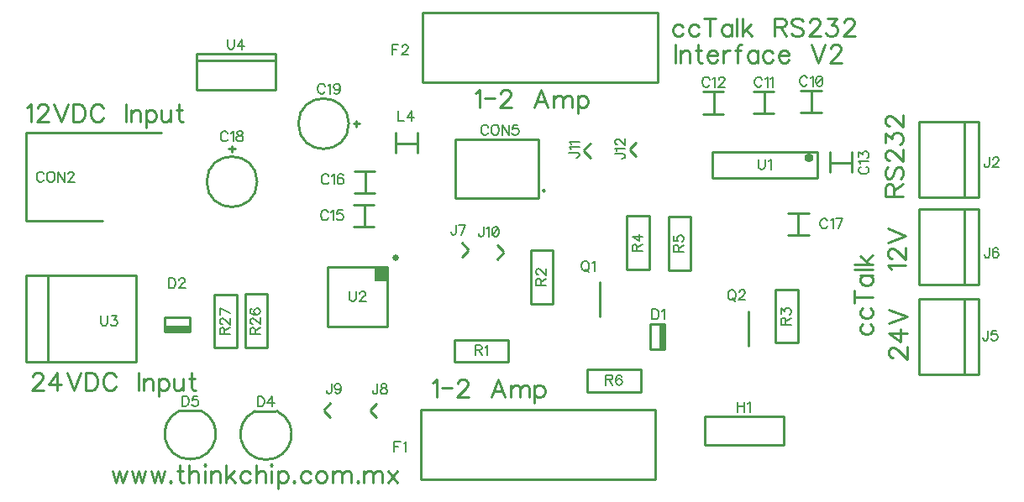
<source format=gbr>
G04 DipTrace 2.4.0.2*
%INTopSilk.gbr*%
%MOIN*%
%ADD10C,0.0098*%
%ADD33O,0.0377X0.0351*%
%ADD35C,0.025*%
%ADD86C,0.0062*%
%ADD87C,0.0108*%
%FSLAX44Y44*%
G04*
G70*
G90*
G75*
G01*
%LNTopSilk*%
%LPD*%
X35056Y19076D2*
D10*
X35869D1*
X35494D2*
Y19888D1*
X35056Y19951D2*
X35869D1*
X33171Y19037D2*
X33984D1*
X33609D2*
Y19849D1*
X33171Y19912D2*
X33984D1*
X31182Y19036D2*
X31995D1*
X31620D2*
Y19849D1*
X31182Y19911D2*
X31995D1*
X36214Y17524D2*
Y16712D1*
Y17087D2*
X37027D1*
X37089Y17524D2*
Y16712D1*
X17317Y14541D2*
X18129D1*
X17754D2*
Y15354D1*
X17317Y15416D2*
X18129D1*
X17344Y15878D2*
X18156D1*
X17781D2*
Y16690D1*
X17344Y16753D2*
X18156D1*
X35374Y15085D2*
X34561D1*
X34936D2*
Y14272D1*
X35374Y14210D2*
X34561D1*
X12367Y17637D2*
X12604D1*
X12486Y17755D2*
Y17519D1*
X11486Y16337D2*
G02X11486Y16337I1000J0D01*
G01*
X17422Y18761D2*
Y18524D1*
X17541Y18642D2*
X17305D1*
X15124D2*
G02X15124Y18642I1000J0D01*
G01*
X7363Y14783D2*
X4301D1*
Y18033D1*
Y17970D2*
Y18283D1*
X9676D1*
X21337Y18011D2*
X24650D1*
Y15698D1*
X21337D1*
Y18011D1*
X24837Y15980D2*
G02X24837Y15980I31J0D01*
G01*
X29595Y9693D2*
Y10693D1*
X29658Y9693D2*
X29095D1*
Y10693D1*
X29658D1*
Y9693D1*
X29533D2*
Y10693D1*
X29470Y9693D2*
Y10693D1*
X9813Y10463D2*
X10813D1*
X9813Y10400D2*
X10813D1*
Y10962D1*
X9813D1*
Y10400D1*
Y10525D2*
X10813D1*
X9813Y10588D2*
X10813D1*
X14278Y7227D2*
G02X13403Y7227I-438J-914D01*
G01*
X14215D1*
X11272Y7242D2*
G02X10397Y7242I-438J-914D01*
G01*
X11209D1*
X19971Y7282D2*
X29283D1*
Y4532D1*
X19971D1*
Y7282D1*
X20062Y23037D2*
X29374D1*
Y20287D1*
X20062D1*
Y23037D1*
X31247Y7009D2*
X34372D1*
Y5884D1*
X31247D1*
Y7009D1*
X42112Y18712D2*
X39737D1*
Y15712D1*
X42112D1*
Y18712D1*
X41549D2*
Y15712D1*
X42117Y11690D2*
X39742D1*
Y8690D1*
X42117D1*
Y11690D1*
X41554D2*
Y8690D1*
X42110Y15241D2*
X39735D1*
Y12241D1*
X42110D1*
Y15241D1*
X41548D2*
Y12241D1*
X21604Y13904D2*
X21854Y13654D1*
Y13591D2*
X21604Y13341D1*
X18231Y6970D2*
X17981Y7220D1*
Y7283D2*
X18231Y7533D1*
X16400Y6981D2*
X16150Y7231D1*
Y7294D2*
X16400Y7544D1*
X23010Y13826D2*
X23260Y13576D1*
Y13513D2*
X23010Y13263D1*
X26703Y17301D2*
X26453Y17551D1*
Y17614D2*
X26703Y17864D1*
X28523Y17340D2*
X28273Y17590D1*
Y17653D2*
X28523Y17903D1*
X18972Y18288D2*
Y17475D1*
Y17850D2*
X19784D1*
X19847Y18288D2*
Y17475D1*
X27099Y10972D2*
Y12347D1*
X32995Y9820D2*
Y11195D1*
X21316Y10058D2*
X23441D1*
Y9183D1*
X21316D1*
Y10058D1*
X24340Y11493D2*
X25215D1*
Y13618D1*
X24340D1*
Y11493D1*
X34938Y12066D2*
X34063D1*
Y9941D1*
X34938D1*
Y12066D1*
X28162Y12847D2*
X29037D1*
Y14972D1*
X28162D1*
Y12847D1*
X29802Y12819D2*
X30677D1*
Y14944D1*
X29802D1*
Y12819D1*
X26576Y8873D2*
X28701D1*
Y7998D1*
X26576D1*
Y8873D1*
X13876Y11870D2*
X13001D1*
Y9745D1*
X13876D1*
Y11870D1*
X12670Y11867D2*
X11795D1*
Y9742D1*
X12670D1*
Y11867D1*
X35710Y16492D2*
X31540D1*
Y17523D1*
X35710D1*
Y16492D1*
D33*
X35376Y17270D3*
X18665Y12949D2*
D10*
X16290D1*
Y10574D1*
X18665D1*
Y12949D1*
D35*
X18977Y13324D3*
G36*
X18665Y12949D2*
X18165D1*
Y12387D1*
X18665D1*
Y12949D1*
G37*
X4316Y9190D2*
D10*
X8691D1*
Y12627D1*
X4316D1*
Y9190D1*
X5191Y9252D2*
Y12627D1*
X11093Y21411D2*
X14218D1*
Y19974D1*
X11093D1*
Y21411D1*
Y21162D2*
X14218D1*
X35317Y20441D2*
D86*
X35298Y20479D1*
X35260Y20518D1*
X35222Y20537D1*
X35145D1*
X35107Y20518D1*
X35069Y20479D1*
X35049Y20441D1*
X35030Y20384D1*
Y20288D1*
X35049Y20231D1*
X35069Y20192D1*
X35107Y20154D1*
X35145Y20135D1*
X35222D1*
X35260Y20154D1*
X35298Y20192D1*
X35317Y20231D1*
X35441Y20460D2*
X35479Y20479D1*
X35537Y20536D1*
Y20135D1*
X35775Y20536D2*
X35718Y20517D1*
X35679Y20460D1*
X35660Y20364D1*
Y20307D1*
X35679Y20211D1*
X35718Y20154D1*
X35775Y20135D1*
X35813D1*
X35871Y20154D1*
X35909Y20211D1*
X35928Y20307D1*
Y20364D1*
X35909Y20460D1*
X35871Y20517D1*
X35813Y20536D1*
X35775D1*
X35909Y20460D2*
X35679Y20211D1*
X33519Y20402D2*
X33500Y20440D1*
X33461Y20479D1*
X33423Y20498D1*
X33347D1*
X33308Y20479D1*
X33270Y20440D1*
X33251Y20402D1*
X33232Y20345D1*
Y20249D1*
X33251Y20192D1*
X33270Y20153D1*
X33308Y20115D1*
X33347Y20096D1*
X33423D1*
X33461Y20115D1*
X33500Y20153D1*
X33519Y20192D1*
X33642Y20421D2*
X33681Y20440D1*
X33738Y20497D1*
Y20096D1*
X33862Y20421D2*
X33900Y20440D1*
X33958Y20497D1*
Y20096D1*
X31443Y20401D2*
X31424Y20439D1*
X31386Y20478D1*
X31348Y20497D1*
X31271D1*
X31233Y20478D1*
X31195Y20439D1*
X31175Y20401D1*
X31156Y20344D1*
Y20248D1*
X31175Y20191D1*
X31195Y20152D1*
X31233Y20114D1*
X31271Y20095D1*
X31348D1*
X31386Y20114D1*
X31424Y20152D1*
X31443Y20191D1*
X31567Y20420D2*
X31605Y20439D1*
X31663Y20496D1*
Y20095D1*
X31806Y20401D2*
Y20420D1*
X31825Y20458D1*
X31844Y20477D1*
X31882Y20496D1*
X31959D1*
X31997Y20477D1*
X32016Y20458D1*
X32035Y20420D1*
Y20382D1*
X32016Y20343D1*
X31978Y20286D1*
X31786Y20095D1*
X32054D1*
X37451Y16929D2*
X37413Y16910D1*
X37375Y16871D1*
X37356Y16833D1*
Y16757D1*
X37375Y16718D1*
X37413Y16680D1*
X37451Y16661D1*
X37509Y16642D1*
X37605D1*
X37662Y16661D1*
X37700Y16680D1*
X37738Y16718D1*
X37758Y16757D1*
Y16833D1*
X37738Y16871D1*
X37700Y16910D1*
X37662Y16929D1*
X37433Y17052D2*
X37413Y17091D1*
X37356Y17148D1*
X37758D1*
X37356Y17310D2*
Y17520D1*
X37509Y17406D1*
Y17463D1*
X37528Y17501D1*
X37547Y17520D1*
X37605Y17539D1*
X37643D1*
X37700Y17520D1*
X37739Y17482D1*
X37758Y17425D1*
Y17367D1*
X37739Y17310D1*
X37719Y17291D1*
X37681Y17272D1*
X16303Y15116D2*
X16284Y15154D1*
X16246Y15192D1*
X16208Y15211D1*
X16131D1*
X16093Y15192D1*
X16055Y15154D1*
X16035Y15116D1*
X16016Y15058D1*
Y14962D1*
X16035Y14905D1*
X16055Y14867D1*
X16093Y14829D1*
X16131Y14809D1*
X16208D1*
X16246Y14829D1*
X16284Y14867D1*
X16303Y14905D1*
X16427Y15134D2*
X16465Y15154D1*
X16523Y15211D1*
Y14809D1*
X16876Y15211D2*
X16685D1*
X16666Y15039D1*
X16685Y15058D1*
X16742Y15077D1*
X16799D1*
X16857Y15058D1*
X16895Y15020D1*
X16914Y14962D1*
Y14924D1*
X16895Y14867D1*
X16857Y14828D1*
X16799Y14809D1*
X16742D1*
X16685Y14828D1*
X16666Y14848D1*
X16646Y14886D1*
X16328Y16547D2*
X16309Y16585D1*
X16271Y16623D1*
X16233Y16642D1*
X16156D1*
X16118Y16623D1*
X16080Y16585D1*
X16060Y16547D1*
X16041Y16489D1*
Y16393D1*
X16060Y16336D1*
X16080Y16298D1*
X16118Y16260D1*
X16156Y16240D1*
X16233D1*
X16271Y16260D1*
X16309Y16298D1*
X16328Y16336D1*
X16452Y16565D2*
X16490Y16585D1*
X16548Y16642D1*
Y16240D1*
X16901Y16585D2*
X16882Y16623D1*
X16824Y16642D1*
X16786D1*
X16729Y16623D1*
X16690Y16565D1*
X16671Y16470D1*
Y16374D1*
X16690Y16298D1*
X16729Y16259D1*
X16786Y16240D1*
X16805D1*
X16862Y16259D1*
X16901Y16298D1*
X16920Y16355D1*
Y16374D1*
X16901Y16432D1*
X16862Y16470D1*
X16805Y16489D1*
X16786D1*
X16729Y16470D1*
X16690Y16432D1*
X16671Y16374D1*
X36118Y14785D2*
X36099Y14823D1*
X36061Y14862D1*
X36023Y14881D1*
X35946D1*
X35908Y14862D1*
X35870Y14823D1*
X35850Y14785D1*
X35831Y14728D1*
Y14632D1*
X35850Y14575D1*
X35870Y14536D1*
X35908Y14498D1*
X35946Y14479D1*
X36023D1*
X36061Y14498D1*
X36099Y14536D1*
X36118Y14575D1*
X36242Y14804D2*
X36280Y14823D1*
X36338Y14880D1*
Y14479D1*
X36538D2*
X36729Y14880D1*
X36461D1*
X12324Y18245D2*
X12305Y18283D1*
X12266Y18321D1*
X12228Y18340D1*
X12152D1*
X12113Y18321D1*
X12075Y18283D1*
X12056Y18245D1*
X12037Y18188D1*
Y18092D1*
X12056Y18035D1*
X12075Y17996D1*
X12113Y17958D1*
X12152Y17939D1*
X12228D1*
X12266Y17958D1*
X12305Y17996D1*
X12324Y18035D1*
X12447Y18264D2*
X12486Y18283D1*
X12543Y18340D1*
Y17939D1*
X12762Y18340D2*
X12705Y18321D1*
X12686Y18283D1*
Y18245D1*
X12705Y18207D1*
X12743Y18187D1*
X12820Y18168D1*
X12877Y18149D1*
X12915Y18111D1*
X12934Y18073D1*
Y18015D1*
X12915Y17977D1*
X12896Y17958D1*
X12839Y17939D1*
X12762D1*
X12705Y17958D1*
X12686Y17977D1*
X12667Y18015D1*
Y18073D1*
X12686Y18111D1*
X12724Y18149D1*
X12781Y18168D1*
X12858Y18187D1*
X12896Y18207D1*
X12915Y18245D1*
Y18283D1*
X12896Y18321D1*
X12839Y18340D1*
X12762D1*
X16180Y20133D2*
X16161Y20171D1*
X16122Y20209D1*
X16084Y20228D1*
X16008D1*
X15969Y20209D1*
X15931Y20171D1*
X15912Y20133D1*
X15893Y20075D1*
Y19979D1*
X15912Y19922D1*
X15931Y19884D1*
X15969Y19846D1*
X16008Y19826D1*
X16084D1*
X16122Y19846D1*
X16161Y19884D1*
X16180Y19922D1*
X16303Y20151D2*
X16342Y20171D1*
X16399Y20228D1*
Y19826D1*
X16772Y20094D2*
X16752Y20037D1*
X16714Y19998D1*
X16657Y19979D1*
X16638D1*
X16580Y19998D1*
X16542Y20037D1*
X16523Y20094D1*
Y20113D1*
X16542Y20171D1*
X16580Y20209D1*
X16638Y20228D1*
X16657D1*
X16714Y20209D1*
X16752Y20171D1*
X16772Y20094D1*
Y19998D1*
X16752Y19903D1*
X16714Y19845D1*
X16657Y19826D1*
X16619D1*
X16561Y19845D1*
X16542Y19884D1*
X5024Y16641D2*
X5005Y16679D1*
X4967Y16717D1*
X4929Y16736D1*
X4852D1*
X4814Y16717D1*
X4776Y16679D1*
X4756Y16641D1*
X4737Y16583D1*
Y16487D1*
X4756Y16430D1*
X4776Y16392D1*
X4814Y16354D1*
X4852Y16334D1*
X4929D1*
X4967Y16354D1*
X5005Y16392D1*
X5024Y16430D1*
X5263Y16736D2*
X5224Y16717D1*
X5186Y16679D1*
X5167Y16641D1*
X5148Y16583D1*
Y16487D1*
X5167Y16430D1*
X5186Y16392D1*
X5224Y16354D1*
X5263Y16334D1*
X5339D1*
X5377Y16354D1*
X5416Y16392D1*
X5435Y16430D1*
X5454Y16487D1*
Y16583D1*
X5435Y16641D1*
X5416Y16679D1*
X5377Y16717D1*
X5339Y16736D1*
X5263D1*
X5845D2*
Y16334D1*
X5577Y16736D1*
Y16334D1*
X5988Y16640D2*
Y16659D1*
X6007Y16698D1*
X6026Y16717D1*
X6065Y16736D1*
X6141D1*
X6179Y16717D1*
X6198Y16698D1*
X6218Y16659D1*
Y16621D1*
X6198Y16583D1*
X6160Y16526D1*
X5969Y16334D1*
X6237D1*
X22656Y18501D2*
X22637Y18539D1*
X22598Y18578D1*
X22560Y18597D1*
X22484D1*
X22445Y18578D1*
X22407Y18539D1*
X22388Y18501D1*
X22369Y18444D1*
Y18348D1*
X22388Y18291D1*
X22407Y18252D1*
X22445Y18214D1*
X22484Y18195D1*
X22560D1*
X22598Y18214D1*
X22637Y18252D1*
X22656Y18291D1*
X22894Y18597D2*
X22856Y18578D1*
X22818Y18539D1*
X22798Y18501D1*
X22779Y18444D1*
Y18348D1*
X22798Y18291D1*
X22818Y18252D1*
X22856Y18214D1*
X22894Y18195D1*
X22971D1*
X23009Y18214D1*
X23047Y18252D1*
X23066Y18291D1*
X23085Y18348D1*
Y18444D1*
X23066Y18501D1*
X23047Y18539D1*
X23009Y18578D1*
X22971Y18597D1*
X22894D1*
X23477D2*
Y18195D1*
X23209Y18597D1*
Y18195D1*
X23830Y18596D2*
X23639D1*
X23620Y18424D1*
X23639Y18443D1*
X23696Y18463D1*
X23753D1*
X23811Y18443D1*
X23849Y18405D1*
X23868Y18348D1*
Y18310D1*
X23849Y18252D1*
X23811Y18214D1*
X23753Y18195D1*
X23696D1*
X23639Y18214D1*
X23620Y18233D1*
X23600Y18271D1*
X29158Y11279D2*
Y10877D1*
X29292D1*
X29350Y10897D1*
X29388Y10935D1*
X29407Y10973D1*
X29426Y11030D1*
Y11126D1*
X29407Y11183D1*
X29388Y11222D1*
X29350Y11260D1*
X29292Y11279D1*
X29158D1*
X29550Y11202D2*
X29588Y11222D1*
X29646Y11279D1*
Y10877D1*
X9984Y12516D2*
Y12114D1*
X10117D1*
X10175Y12133D1*
X10213Y12171D1*
X10232Y12210D1*
X10251Y12267D1*
Y12363D1*
X10232Y12420D1*
X10213Y12458D1*
X10175Y12497D1*
X10117Y12516D1*
X9984D1*
X10394Y12420D2*
Y12439D1*
X10413Y12477D1*
X10432Y12496D1*
X10471Y12515D1*
X10547D1*
X10585Y12496D1*
X10604Y12477D1*
X10624Y12439D1*
Y12401D1*
X10604Y12362D1*
X10566Y12305D1*
X10375Y12114D1*
X10643D1*
X13501Y7813D2*
Y7411D1*
X13635D1*
X13692Y7431D1*
X13731Y7469D1*
X13750Y7507D1*
X13769Y7564D1*
Y7660D1*
X13750Y7718D1*
X13731Y7756D1*
X13692Y7794D1*
X13635Y7813D1*
X13501D1*
X14084Y7411D2*
Y7813D1*
X13892Y7545D1*
X14179D1*
X10505Y7828D2*
Y7426D1*
X10639D1*
X10696Y7445D1*
X10735Y7483D1*
X10754Y7522D1*
X10773Y7579D1*
Y7675D1*
X10754Y7732D1*
X10735Y7770D1*
X10696Y7809D1*
X10639Y7828D1*
X10505D1*
X11126Y7827D2*
X10935D1*
X10916Y7655D1*
X10935Y7674D1*
X10992Y7694D1*
X11049D1*
X11107Y7674D1*
X11145Y7636D1*
X11164Y7579D1*
Y7541D1*
X11145Y7483D1*
X11107Y7445D1*
X11049Y7426D1*
X10992D1*
X10935Y7445D1*
X10916Y7464D1*
X10896Y7502D1*
X19178Y6021D2*
X18929D1*
Y5619D1*
Y5830D2*
X19082D1*
X19301Y5944D2*
X19340Y5964D1*
X19397Y6021D1*
Y5619D1*
X19098Y21778D2*
X18850D1*
Y21376D1*
Y21586D2*
X19002D1*
X19241Y21682D2*
Y21701D1*
X19260Y21739D1*
X19279Y21758D1*
X19318Y21777D1*
X19394D1*
X19432Y21758D1*
X19451Y21739D1*
X19471Y21701D1*
Y21663D1*
X19451Y21624D1*
X19413Y21567D1*
X19222Y21376D1*
X19490D1*
X32566Y7595D2*
Y7193D1*
X32834Y7595D2*
Y7193D1*
X32566Y7404D2*
X32834D1*
X32957Y7518D2*
X32996Y7538D1*
X33053Y7595D1*
Y7193D1*
X42539Y17311D2*
Y17005D1*
X42520Y16948D1*
X42500Y16929D1*
X42462Y16909D1*
X42424D1*
X42386Y16929D1*
X42367Y16948D1*
X42347Y17005D1*
Y17043D1*
X42682Y17215D2*
Y17234D1*
X42701Y17273D1*
X42720Y17292D1*
X42758Y17311D1*
X42835D1*
X42873Y17292D1*
X42892Y17273D1*
X42911Y17234D1*
Y17196D1*
X42892Y17158D1*
X42854Y17101D1*
X42662Y16909D1*
X42930D1*
X42481Y10436D2*
Y10130D1*
X42462Y10073D1*
X42442Y10054D1*
X42404Y10034D1*
X42366D1*
X42328Y10054D1*
X42309Y10073D1*
X42289Y10130D1*
Y10168D1*
X42834Y10436D2*
X42643D1*
X42624Y10264D1*
X42643Y10283D1*
X42700Y10302D1*
X42757D1*
X42815Y10283D1*
X42853Y10245D1*
X42872Y10187D1*
Y10149D1*
X42853Y10092D1*
X42815Y10053D1*
X42757Y10034D1*
X42700D1*
X42643Y10053D1*
X42624Y10073D1*
X42604Y10111D1*
X42547Y13715D2*
Y13409D1*
X42528Y13351D1*
X42509Y13332D1*
X42471Y13313D1*
X42432D1*
X42394Y13332D1*
X42375Y13351D1*
X42356Y13409D1*
Y13447D1*
X42900Y13657D2*
X42881Y13695D1*
X42824Y13714D1*
X42786D1*
X42728Y13695D1*
X42690Y13638D1*
X42671Y13542D1*
Y13447D1*
X42690Y13370D1*
X42728Y13332D1*
X42786Y13313D1*
X42805D1*
X42862Y13332D1*
X42900Y13370D1*
X42919Y13428D1*
Y13447D1*
X42900Y13504D1*
X42862Y13542D1*
X42805Y13561D1*
X42786D1*
X42728Y13542D1*
X42690Y13504D1*
X42671Y13447D1*
X21374Y14624D2*
Y14318D1*
X21355Y14260D1*
X21335Y14241D1*
X21297Y14222D1*
X21259D1*
X21221Y14241D1*
X21202Y14260D1*
X21183Y14318D1*
Y14356D1*
X21574Y14222D2*
X21765Y14623D1*
X21497D1*
X18261Y8315D2*
Y8010D1*
X18242Y7952D1*
X18222Y7933D1*
X18184Y7914D1*
X18146D1*
X18108Y7933D1*
X18089Y7952D1*
X18069Y8010D1*
Y8048D1*
X18480Y8315D2*
X18423Y8296D1*
X18403Y8258D1*
Y8220D1*
X18423Y8182D1*
X18461Y8162D1*
X18537Y8143D1*
X18595Y8124D1*
X18633Y8086D1*
X18652Y8048D1*
Y7990D1*
X18633Y7952D1*
X18614Y7933D1*
X18556Y7914D1*
X18480D1*
X18423Y7933D1*
X18403Y7952D1*
X18384Y7990D1*
Y8048D1*
X18403Y8086D1*
X18442Y8124D1*
X18499Y8143D1*
X18575Y8162D1*
X18614Y8182D1*
X18633Y8220D1*
Y8258D1*
X18614Y8296D1*
X18556Y8315D1*
X18480D1*
X16439Y8327D2*
Y8021D1*
X16420Y7963D1*
X16401Y7944D1*
X16363Y7925D1*
X16325D1*
X16286Y7944D1*
X16267Y7963D1*
X16248Y8021D1*
Y8059D1*
X16812Y8193D2*
X16792Y8135D1*
X16754Y8097D1*
X16697Y8078D1*
X16678D1*
X16620Y8097D1*
X16582Y8135D1*
X16563Y8193D1*
Y8212D1*
X16582Y8269D1*
X16620Y8307D1*
X16678Y8326D1*
X16697D1*
X16754Y8307D1*
X16792Y8269D1*
X16812Y8193D1*
Y8097D1*
X16792Y8001D1*
X16754Y7944D1*
X16697Y7925D1*
X16659D1*
X16601Y7944D1*
X16582Y7982D1*
X22472Y14553D2*
Y14247D1*
X22453Y14190D1*
X22434Y14171D1*
X22396Y14151D1*
X22357D1*
X22319Y14171D1*
X22300Y14190D1*
X22281Y14247D1*
Y14285D1*
X22596Y14476D2*
X22634Y14496D1*
X22692Y14553D1*
Y14151D1*
X22930Y14553D2*
X22873Y14534D1*
X22834Y14476D1*
X22815Y14381D1*
Y14323D1*
X22834Y14228D1*
X22873Y14170D1*
X22930Y14151D1*
X22968D1*
X23026Y14170D1*
X23064Y14228D1*
X23083Y14323D1*
Y14381D1*
X23064Y14476D1*
X23026Y14534D1*
X22968Y14553D1*
X22930D1*
X23064Y14476D2*
X22834Y14228D1*
X25867Y17490D2*
X26173D1*
X26231Y17471D1*
X26250Y17452D1*
X26269Y17414D1*
Y17375D1*
X26250Y17337D1*
X26231Y17318D1*
X26173Y17299D1*
X26135D1*
X25944Y17614D2*
X25925Y17652D1*
X25868Y17710D1*
X26269D1*
X25944Y17833D2*
X25925Y17872D1*
X25868Y17929D1*
X26269D1*
X27687Y17443D2*
X27993D1*
X28051Y17424D1*
X28070Y17405D1*
X28089Y17367D1*
Y17328D1*
X28070Y17290D1*
X28051Y17271D1*
X27993Y17252D1*
X27955D1*
X27764Y17567D2*
X27745Y17605D1*
X27688Y17662D1*
X28089D1*
X27783Y17805D2*
X27764D1*
X27726Y17824D1*
X27707Y17843D1*
X27688Y17882D1*
Y17958D1*
X27707Y17996D1*
X27726Y18015D1*
X27764Y18035D1*
X27802D1*
X27841Y18015D1*
X27898Y17977D1*
X28089Y17786D1*
Y18054D1*
X19089Y19149D2*
Y18747D1*
X19319D1*
X19634D2*
Y19149D1*
X19442Y18881D1*
X19729D1*
X26473Y13192D2*
X26435Y13173D1*
X26397Y13135D1*
X26378Y13096D1*
X26358Y13039D1*
Y12943D1*
X26378Y12886D1*
X26397Y12848D1*
X26435Y12809D1*
X26473Y12790D1*
X26550D1*
X26588Y12809D1*
X26626Y12848D1*
X26645Y12886D1*
X26665Y12943D1*
Y13039D1*
X26645Y13096D1*
X26626Y13135D1*
X26588Y13173D1*
X26550Y13192D1*
X26473D1*
X26531Y12867D2*
X26645Y12752D1*
X26788Y13115D2*
X26827Y13134D1*
X26884Y13191D1*
Y12790D1*
X32283Y12040D2*
X32245Y12021D1*
X32207Y11983D1*
X32188Y11945D1*
X32168Y11887D1*
Y11792D1*
X32188Y11734D1*
X32207Y11696D1*
X32245Y11658D1*
X32283Y11639D1*
X32360D1*
X32398Y11658D1*
X32436Y11696D1*
X32455Y11734D1*
X32475Y11792D1*
Y11887D1*
X32455Y11945D1*
X32436Y11983D1*
X32398Y12021D1*
X32360Y12040D1*
X32283D1*
X32341Y11715D2*
X32455Y11600D1*
X32618Y11944D2*
Y11963D1*
X32637Y12002D1*
X32656Y12021D1*
X32694Y12040D1*
X32771D1*
X32809Y12021D1*
X32828Y12002D1*
X32847Y11963D1*
Y11925D1*
X32828Y11887D1*
X32790Y11830D1*
X32598Y11638D1*
X32866D1*
X22144Y9654D2*
X22316D1*
X22373Y9673D1*
X22393Y9692D1*
X22412Y9731D1*
Y9769D1*
X22393Y9807D1*
X22373Y9826D1*
X22316Y9845D1*
X22144D1*
Y9444D1*
X22278Y9654D2*
X22412Y9444D1*
X22535Y9769D2*
X22574Y9788D1*
X22631Y9845D1*
Y9444D1*
X24743Y12235D2*
Y12407D1*
X24724Y12465D1*
X24705Y12484D1*
X24667Y12503D1*
X24628D1*
X24590Y12484D1*
X24571Y12465D1*
X24552Y12407D1*
Y12235D1*
X24954D1*
X24743Y12369D2*
X24954Y12503D1*
X24648Y12646D2*
X24629D1*
X24590Y12665D1*
X24571Y12684D1*
X24552Y12723D1*
Y12799D1*
X24571Y12837D1*
X24590Y12856D1*
X24629Y12875D1*
X24667D1*
X24705Y12856D1*
X24762Y12818D1*
X24954Y12627D1*
Y12895D1*
X34467Y10665D2*
Y10837D1*
X34447Y10894D1*
X34428Y10913D1*
X34390Y10932D1*
X34352D1*
X34314Y10913D1*
X34294Y10894D1*
X34275Y10837D1*
Y10665D1*
X34677D1*
X34467Y10798D2*
X34677Y10932D1*
X34276Y11094D2*
Y11304D1*
X34429Y11190D1*
Y11247D1*
X34448Y11285D1*
X34467Y11304D1*
X34524Y11324D1*
X34562D1*
X34620Y11304D1*
X34658Y11266D1*
X34677Y11209D1*
Y11151D1*
X34658Y11094D1*
X34639Y11075D1*
X34601Y11056D1*
X28566Y13580D2*
Y13752D1*
X28546Y13810D1*
X28527Y13829D1*
X28489Y13848D1*
X28451D1*
X28413Y13829D1*
X28393Y13810D1*
X28374Y13752D1*
Y13580D1*
X28776D1*
X28566Y13714D2*
X28776Y13848D1*
Y14163D2*
X28375D1*
X28642Y13972D1*
Y14258D1*
X30206Y13562D2*
Y13734D1*
X30186Y13791D1*
X30167Y13811D1*
X30129Y13830D1*
X30091D1*
X30053Y13811D1*
X30033Y13791D1*
X30014Y13734D1*
Y13562D1*
X30416D1*
X30206Y13696D2*
X30416Y13830D1*
X30015Y14183D2*
Y13992D1*
X30187Y13973D1*
X30168Y13992D1*
X30148Y14049D1*
Y14106D1*
X30168Y14164D1*
X30206Y14202D1*
X30263Y14221D1*
X30301D1*
X30359Y14202D1*
X30397Y14164D1*
X30416Y14106D1*
Y14049D1*
X30397Y13992D1*
X30378Y13973D1*
X30340Y13953D1*
X27328Y8470D2*
X27500D1*
X27558Y8489D1*
X27577Y8508D1*
X27596Y8546D1*
Y8584D1*
X27577Y8623D1*
X27558Y8642D1*
X27500Y8661D1*
X27328D1*
Y8259D1*
X27462Y8470D2*
X27596Y8259D1*
X27949Y8603D2*
X27930Y8642D1*
X27873Y8661D1*
X27835D1*
X27777Y8642D1*
X27739Y8584D1*
X27720Y8489D1*
Y8393D1*
X27739Y8317D1*
X27777Y8278D1*
X27835Y8259D1*
X27854D1*
X27911Y8278D1*
X27949Y8317D1*
X27968Y8374D1*
Y8393D1*
X27949Y8451D1*
X27911Y8489D1*
X27854Y8508D1*
X27835D1*
X27777Y8489D1*
X27739Y8451D1*
X27720Y8393D1*
X13405Y10283D2*
Y10455D1*
X13386Y10512D1*
X13367Y10531D1*
X13329Y10550D1*
X13290D1*
X13252Y10531D1*
X13233Y10512D1*
X13214Y10455D1*
Y10283D1*
X13616D1*
X13405Y10416D2*
X13616Y10550D1*
X13310Y10693D2*
X13291D1*
X13252Y10712D1*
X13233Y10731D1*
X13214Y10770D1*
Y10846D1*
X13233Y10884D1*
X13252Y10903D1*
X13291Y10923D1*
X13329D1*
X13367Y10903D1*
X13424Y10865D1*
X13616Y10674D1*
Y10942D1*
X13271Y11295D2*
X13233Y11276D1*
X13214Y11218D1*
Y11180D1*
X13233Y11123D1*
X13291Y11084D1*
X13386Y11065D1*
X13482D1*
X13558Y11084D1*
X13597Y11123D1*
X13616Y11180D1*
Y11199D1*
X13597Y11256D1*
X13558Y11295D1*
X13501Y11314D1*
X13482D1*
X13424Y11295D1*
X13386Y11256D1*
X13367Y11199D1*
Y11180D1*
X13386Y11123D1*
X13424Y11084D1*
X13482Y11065D1*
X12199Y10270D2*
Y10442D1*
X12179Y10499D1*
X12160Y10519D1*
X12122Y10538D1*
X12084D1*
X12046Y10519D1*
X12026Y10499D1*
X12007Y10442D1*
Y10270D1*
X12409D1*
X12199Y10404D2*
X12409Y10538D1*
X12103Y10680D2*
X12084D1*
X12046Y10699D1*
X12027Y10719D1*
X12008Y10757D1*
Y10833D1*
X12027Y10871D1*
X12046Y10891D1*
X12084Y10910D1*
X12122D1*
X12161Y10891D1*
X12218Y10852D1*
X12409Y10661D1*
Y10929D1*
Y11129D2*
X12008Y11320D1*
Y11052D1*
X33381Y17233D2*
Y16946D1*
X33400Y16888D1*
X33439Y16850D1*
X33496Y16831D1*
X33534D1*
X33592Y16850D1*
X33630Y16888D1*
X33649Y16946D1*
Y17233D1*
X33773Y17156D2*
X33811Y17175D1*
X33869Y17232D1*
Y16831D1*
X17148Y11987D2*
Y11700D1*
X17167Y11642D1*
X17205Y11604D1*
X17262Y11585D1*
X17301D1*
X17358Y11604D1*
X17396Y11642D1*
X17415Y11700D1*
Y11987D1*
X17558Y11891D2*
Y11910D1*
X17577Y11948D1*
X17596Y11967D1*
X17635Y11986D1*
X17711D1*
X17749Y11967D1*
X17768Y11948D1*
X17788Y11910D1*
Y11872D1*
X17768Y11833D1*
X17730Y11776D1*
X17539Y11585D1*
X17807D1*
X7282Y11018D2*
Y10731D1*
X7301Y10673D1*
X7340Y10635D1*
X7397Y10616D1*
X7435D1*
X7493Y10635D1*
X7531Y10673D1*
X7550Y10731D1*
Y11018D1*
X7712Y11017D2*
X7922D1*
X7807Y10864D1*
X7865D1*
X7903Y10845D1*
X7922Y10826D1*
X7941Y10769D1*
Y10731D1*
X7922Y10673D1*
X7884Y10635D1*
X7826Y10616D1*
X7769D1*
X7712Y10635D1*
X7693Y10654D1*
X7674Y10692D1*
X12317Y21997D2*
Y21710D1*
X12336Y21653D1*
X12374Y21615D1*
X12432Y21595D1*
X12470D1*
X12527Y21615D1*
X12566Y21653D1*
X12585Y21710D1*
Y21997D1*
X12900Y21595D2*
Y21997D1*
X12708Y21729D1*
X12995D1*
X38745Y15769D2*
D87*
Y16070D1*
X38711Y16171D1*
X38678Y16205D1*
X38612Y16238D1*
X38544D1*
X38478Y16205D1*
X38444Y16171D1*
X38410Y16070D1*
Y15769D1*
X39114D1*
X38745Y16003D2*
X39114Y16238D1*
X38511Y16923D2*
X38444Y16856D1*
X38410Y16756D1*
Y16622D1*
X38444Y16521D1*
X38511Y16454D1*
X38578D1*
X38645Y16488D1*
X38678Y16521D1*
X38711Y16588D1*
X38779Y16789D1*
X38812Y16856D1*
X38846Y16890D1*
X38913Y16923D1*
X39013D1*
X39080Y16856D1*
X39114Y16756D1*
Y16622D1*
X39080Y16521D1*
X39013Y16454D1*
X38578Y17173D2*
X38545D1*
X38478Y17206D1*
X38444Y17240D1*
X38411Y17307D1*
Y17441D1*
X38444Y17507D1*
X38478Y17541D1*
X38545Y17575D1*
X38612D1*
X38679Y17541D1*
X38779Y17474D1*
X39114Y17139D1*
Y17608D1*
X38411Y17891D2*
Y18259D1*
X38679Y18059D1*
Y18159D1*
X38712Y18226D1*
X38745Y18259D1*
X38846Y18293D1*
X38913D1*
X39013Y18259D1*
X39080Y18192D1*
X39114Y18092D1*
Y17991D1*
X39080Y17891D1*
X39046Y17858D1*
X38980Y17824D1*
X38578Y18543D2*
X38545D1*
X38478Y18576D1*
X38444Y18610D1*
X38411Y18677D1*
Y18811D1*
X38444Y18877D1*
X38478Y18911D1*
X38545Y18945D1*
X38612D1*
X38679Y18911D1*
X38779Y18844D1*
X39114Y18509D1*
Y18978D1*
X37534Y10700D2*
X37467Y10633D1*
X37434Y10565D1*
Y10466D1*
X37467Y10398D1*
X37534Y10332D1*
X37635Y10298D1*
X37701D1*
X37802Y10332D1*
X37868Y10398D1*
X37902Y10466D1*
Y10565D1*
X37868Y10633D1*
X37802Y10700D1*
X37534Y11319D2*
X37467Y11251D1*
X37434Y11184D1*
Y11084D1*
X37467Y11017D1*
X37534Y10950D1*
X37635Y10916D1*
X37701D1*
X37802Y10950D1*
X37868Y11017D1*
X37902Y11084D1*
Y11184D1*
X37868Y11251D1*
X37802Y11319D1*
X37199Y11769D2*
X37902D1*
X37199Y11535D2*
Y12004D1*
X37434Y12621D2*
X37902D1*
X37534D2*
X37467Y12555D1*
X37434Y12488D1*
Y12388D1*
X37467Y12320D1*
X37534Y12254D1*
X37635Y12220D1*
X37701D1*
X37802Y12254D1*
X37868Y12320D1*
X37902Y12388D1*
Y12488D1*
X37868Y12555D1*
X37802Y12621D1*
X37199Y12838D2*
X37902D1*
X37199Y13054D2*
X37902D1*
X37434Y13389D2*
X37769Y13054D1*
X37635Y13188D2*
X37902Y13422D1*
X38733Y9337D2*
X38700D1*
X38632Y9371D1*
X38599Y9404D1*
X38566Y9471D1*
Y9605D1*
X38599Y9672D1*
X38632Y9705D1*
X38700Y9739D1*
X38766D1*
X38834Y9705D1*
X38933Y9638D1*
X39269Y9303D1*
Y9772D1*
Y10323D2*
X38566D1*
X39034Y9988D1*
Y10490D1*
X38565Y10707D2*
X39269Y10974D1*
X38565Y11242D1*
X38644Y12865D2*
X38610Y12933D1*
X38510Y13033D1*
X39213D1*
X38677Y13283D2*
X38644D1*
X38577Y13317D1*
X38543Y13350D1*
X38510Y13417D1*
Y13551D1*
X38543Y13618D1*
X38577Y13651D1*
X38644Y13685D1*
X38711D1*
X38778Y13651D1*
X38878Y13584D1*
X39213Y13249D1*
Y13718D1*
X38509Y13934D2*
X39213Y14202D1*
X38509Y14470D1*
X4364Y19279D2*
X4431Y19313D1*
X4532Y19413D1*
Y18710D1*
X4782Y19246D2*
Y19279D1*
X4815Y19346D1*
X4849Y19380D1*
X4916Y19413D1*
X5050D1*
X5116Y19380D1*
X5150Y19346D1*
X5184Y19279D1*
Y19212D1*
X5150Y19145D1*
X5083Y19045D1*
X4748Y18710D1*
X5217D1*
X5433Y19414D2*
X5701Y18710D1*
X5969Y19414D1*
X6185D2*
Y18710D1*
X6419D1*
X6520Y18744D1*
X6587Y18811D1*
X6620Y18878D1*
X6654Y18978D1*
Y19146D1*
X6620Y19246D1*
X6587Y19313D1*
X6520Y19380D1*
X6419Y19414D1*
X6185D1*
X7372Y19246D2*
X7339Y19313D1*
X7271Y19380D1*
X7205Y19414D1*
X7071D1*
X7004Y19380D1*
X6937Y19313D1*
X6903Y19246D1*
X6870Y19146D1*
Y18978D1*
X6903Y18878D1*
X6937Y18811D1*
X7004Y18744D1*
X7071Y18710D1*
X7205D1*
X7271Y18744D1*
X7339Y18811D1*
X7372Y18878D1*
X8269Y19414D2*
Y18710D1*
X8485Y19179D2*
Y18710D1*
Y19045D2*
X8585Y19146D1*
X8653Y19179D1*
X8752D1*
X8820Y19146D1*
X8853Y19045D1*
Y18710D1*
X9069Y19179D2*
Y18476D1*
Y19079D2*
X9136Y19145D1*
X9203Y19179D1*
X9304D1*
X9371Y19145D1*
X9437Y19079D1*
X9471Y18978D1*
Y18911D1*
X9437Y18811D1*
X9371Y18744D1*
X9304Y18710D1*
X9203D1*
X9136Y18744D1*
X9069Y18811D1*
X9688Y19179D2*
Y18844D1*
X9721Y18744D1*
X9788Y18710D1*
X9889D1*
X9955Y18744D1*
X10056Y18844D1*
Y19179D2*
Y18710D1*
X10373Y19414D2*
Y18844D1*
X10406Y18744D1*
X10473Y18710D1*
X10540D1*
X10272Y19179D2*
X10507D1*
X4573Y8595D2*
Y8629D1*
X4606Y8696D1*
X4639Y8729D1*
X4707Y8762D1*
X4841D1*
X4907Y8729D1*
X4940Y8696D1*
X4975Y8629D1*
Y8562D1*
X4940Y8495D1*
X4874Y8395D1*
X4539Y8060D1*
X5008D1*
X5559D2*
Y8762D1*
X5224Y8294D1*
X5726D1*
X5942Y8763D2*
X6210Y8060D1*
X6478Y8763D1*
X6694D2*
Y8060D1*
X6928D1*
X7029Y8094D1*
X7096Y8160D1*
X7129Y8228D1*
X7163Y8328D1*
Y8495D1*
X7129Y8596D1*
X7096Y8663D1*
X7029Y8730D1*
X6928Y8763D1*
X6694D1*
X7881Y8596D2*
X7848Y8663D1*
X7780Y8730D1*
X7714Y8763D1*
X7580D1*
X7513Y8730D1*
X7446Y8663D1*
X7412Y8596D1*
X7379Y8495D1*
Y8328D1*
X7412Y8228D1*
X7446Y8160D1*
X7513Y8094D1*
X7580Y8060D1*
X7714D1*
X7780Y8094D1*
X7848Y8160D1*
X7881Y8228D1*
X8778Y8763D2*
Y8060D1*
X8994Y8529D2*
Y8060D1*
Y8395D2*
X9094Y8495D1*
X9162Y8529D1*
X9262D1*
X9329Y8495D1*
X9362Y8395D1*
Y8060D1*
X9578Y8529D2*
Y7825D1*
Y8428D2*
X9646Y8495D1*
X9712Y8529D1*
X9813D1*
X9880Y8495D1*
X9947Y8428D1*
X9981Y8328D1*
Y8260D1*
X9947Y8160D1*
X9880Y8093D1*
X9813Y8060D1*
X9712D1*
X9646Y8093D1*
X9578Y8160D1*
X10197Y8529D2*
Y8194D1*
X10230Y8094D1*
X10297Y8060D1*
X10398D1*
X10465Y8094D1*
X10565Y8194D1*
Y8529D2*
Y8060D1*
X10882Y8763D2*
Y8194D1*
X10915Y8094D1*
X10982Y8060D1*
X11049D1*
X10781Y8529D2*
X11016D1*
X20441Y8358D2*
X20509Y8392D1*
X20609Y8492D1*
Y7789D1*
X20825Y8141D2*
X21212D1*
X21462Y8325D2*
Y8358D1*
X21496Y8425D1*
X21529Y8459D1*
X21596Y8492D1*
X21730D1*
X21797Y8459D1*
X21830Y8425D1*
X21864Y8358D1*
Y8292D1*
X21830Y8224D1*
X21763Y8124D1*
X21428Y7789D1*
X21897D1*
X23330D2*
X23061Y8493D1*
X22794Y7789D1*
X22894Y8024D2*
X23229D1*
X23546Y8258D2*
Y7789D1*
Y8124D2*
X23647Y8225D1*
X23714Y8258D1*
X23814D1*
X23881Y8225D1*
X23914Y8124D1*
Y7789D1*
Y8124D2*
X24015Y8225D1*
X24082Y8258D1*
X24182D1*
X24249Y8225D1*
X24284Y8124D1*
Y7789D1*
X24500Y8258D2*
Y7555D1*
Y8158D2*
X24567Y8224D1*
X24634Y8258D1*
X24734D1*
X24801Y8224D1*
X24868Y8158D1*
X24902Y8057D1*
Y7990D1*
X24868Y7890D1*
X24801Y7823D1*
X24734Y7789D1*
X24634D1*
X24567Y7823D1*
X24500Y7890D1*
X22143Y19861D2*
X22210Y19895D1*
X22310Y19994D1*
Y19292D1*
X22527Y19643D2*
X22914D1*
X23164Y19827D2*
Y19861D1*
X23197Y19928D1*
X23230Y19961D1*
X23298Y19994D1*
X23431D1*
X23498Y19961D1*
X23531Y19928D1*
X23565Y19861D1*
Y19794D1*
X23531Y19727D1*
X23465Y19627D1*
X23130Y19292D1*
X23599D1*
X25031D2*
X24763Y19995D1*
X24495Y19292D1*
X24596Y19526D2*
X24931D1*
X25248Y19761D2*
Y19292D1*
Y19627D2*
X25348Y19727D1*
X25415Y19761D1*
X25515D1*
X25583Y19727D1*
X25616Y19627D1*
Y19292D1*
Y19627D2*
X25716Y19727D1*
X25784Y19761D1*
X25884D1*
X25951Y19727D1*
X25985Y19627D1*
Y19292D1*
X26201Y19761D2*
Y19057D1*
Y19660D2*
X26268Y19727D1*
X26335Y19761D1*
X26436D1*
X26503Y19727D1*
X26569Y19660D1*
X26603Y19560D1*
Y19492D1*
X26569Y19392D1*
X26503Y19325D1*
X26436Y19292D1*
X26335D1*
X26268Y19325D1*
X26201Y19392D1*
X30390Y22493D2*
X30322Y22560D1*
X30255Y22593D1*
X30155D1*
X30088Y22560D1*
X30021Y22493D1*
X29987Y22392D1*
Y22326D1*
X30021Y22225D1*
X30088Y22159D1*
X30155Y22125D1*
X30255D1*
X30322Y22159D1*
X30390Y22225D1*
X31008Y22493D2*
X30941Y22560D1*
X30874Y22593D1*
X30774D1*
X30706Y22560D1*
X30640Y22493D1*
X30606Y22392D1*
Y22326D1*
X30640Y22225D1*
X30706Y22159D1*
X30774Y22125D1*
X30874D1*
X30941Y22159D1*
X31008Y22225D1*
X31459Y22828D2*
Y22125D1*
X31224Y22828D2*
X31693D1*
X32311Y22593D2*
Y22125D1*
Y22493D2*
X32244Y22560D1*
X32177Y22593D1*
X32077D1*
X32010Y22560D1*
X31943Y22493D1*
X31909Y22392D1*
Y22326D1*
X31943Y22225D1*
X32010Y22159D1*
X32077Y22125D1*
X32177D1*
X32244Y22159D1*
X32311Y22225D1*
X32527Y22828D2*
Y22125D1*
X32743Y22828D2*
Y22125D1*
X33078Y22593D2*
X32743Y22258D1*
X32877Y22392D2*
X33112Y22125D1*
X34008Y22493D2*
X34309D1*
X34410Y22527D1*
X34444Y22560D1*
X34477Y22627D1*
Y22694D1*
X34444Y22761D1*
X34410Y22795D1*
X34309Y22828D1*
X34008D1*
Y22125D1*
X34243Y22493D2*
X34477Y22125D1*
X35162Y22727D2*
X35096Y22795D1*
X34995Y22828D1*
X34861D1*
X34761Y22795D1*
X34693Y22727D1*
Y22661D1*
X34727Y22593D1*
X34761Y22560D1*
X34827Y22527D1*
X35028Y22460D1*
X35096Y22426D1*
X35129Y22392D1*
X35162Y22326D1*
Y22225D1*
X35096Y22159D1*
X34995Y22125D1*
X34861D1*
X34761Y22159D1*
X34693Y22225D1*
X35412Y22660D2*
Y22693D1*
X35446Y22761D1*
X35479Y22794D1*
X35546Y22827D1*
X35680D1*
X35747Y22794D1*
X35780Y22761D1*
X35814Y22693D1*
Y22627D1*
X35780Y22559D1*
X35713Y22460D1*
X35378Y22125D1*
X35847D1*
X36131Y22827D2*
X36498D1*
X36298Y22559D1*
X36398D1*
X36465Y22526D1*
X36498Y22493D1*
X36532Y22392D1*
Y22326D1*
X36498Y22225D1*
X36432Y22158D1*
X36331Y22125D1*
X36230D1*
X36131Y22158D1*
X36097Y22192D1*
X36063Y22258D1*
X36782Y22660D2*
Y22693D1*
X36816Y22761D1*
X36849Y22794D1*
X36916Y22827D1*
X37050D1*
X37117Y22794D1*
X37150Y22761D1*
X37184Y22693D1*
Y22627D1*
X37150Y22559D1*
X37083Y22460D1*
X36748Y22125D1*
X37217D1*
X30070Y21772D2*
Y21069D1*
X30287Y21538D2*
Y21069D1*
Y21404D2*
X30387Y21505D1*
X30454Y21538D1*
X30554D1*
X30622Y21505D1*
X30655Y21404D1*
Y21069D1*
X30972Y21772D2*
Y21203D1*
X31005Y21103D1*
X31072Y21069D1*
X31139D1*
X30871Y21538D2*
X31105D1*
X31355Y21337D2*
X31756D1*
Y21404D1*
X31723Y21471D1*
X31690Y21505D1*
X31623Y21538D1*
X31522D1*
X31455Y21505D1*
X31388Y21437D1*
X31355Y21337D1*
Y21270D1*
X31388Y21170D1*
X31455Y21103D1*
X31522Y21069D1*
X31623D1*
X31690Y21103D1*
X31756Y21170D1*
X31973Y21538D2*
Y21069D1*
Y21337D2*
X32007Y21437D1*
X32073Y21505D1*
X32141Y21538D1*
X32241D1*
X32725Y21772D2*
X32658D1*
X32591Y21739D1*
X32558Y21638D1*
Y21069D1*
X32457Y21538D2*
X32692D1*
X33343D2*
Y21069D1*
Y21437D2*
X33276Y21505D1*
X33209Y21538D1*
X33109D1*
X33042Y21505D1*
X32975Y21437D1*
X32941Y21337D1*
Y21270D1*
X32975Y21170D1*
X33042Y21103D1*
X33109Y21069D1*
X33209D1*
X33276Y21103D1*
X33343Y21170D1*
X33961Y21437D2*
X33894Y21505D1*
X33827Y21538D1*
X33727D1*
X33659Y21505D1*
X33593Y21437D1*
X33559Y21337D1*
Y21270D1*
X33593Y21170D1*
X33659Y21103D1*
X33727Y21069D1*
X33827D1*
X33894Y21103D1*
X33961Y21170D1*
X34177Y21337D2*
X34579D1*
Y21404D1*
X34546Y21471D1*
X34512Y21505D1*
X34445Y21538D1*
X34345D1*
X34278Y21505D1*
X34211Y21437D1*
X34177Y21337D1*
Y21270D1*
X34211Y21170D1*
X34278Y21103D1*
X34345Y21069D1*
X34445D1*
X34512Y21103D1*
X34579Y21170D1*
X35476Y21772D2*
X35743Y21069D1*
X36011Y21772D1*
X36261Y21604D2*
Y21638D1*
X36294Y21705D1*
X36328Y21738D1*
X36395Y21772D1*
X36529D1*
X36595Y21738D1*
X36629Y21705D1*
X36663Y21638D1*
Y21571D1*
X36629Y21504D1*
X36562Y21404D1*
X36227Y21069D1*
X36696D1*
X7765Y4852D2*
X7899Y4383D1*
X8033Y4852D1*
X8167Y4383D1*
X8301Y4852D1*
X8517D2*
X8651Y4383D1*
X8785Y4852D1*
X8919Y4383D1*
X9052Y4852D1*
X9269D2*
X9402Y4383D1*
X9536Y4852D1*
X9670Y4383D1*
X9804Y4852D1*
X10053Y4450D2*
X10020Y4416D1*
X10053Y4383D1*
X10087Y4416D1*
X10053Y4450D1*
X10404Y5086D2*
Y4517D1*
X10438Y4417D1*
X10505Y4383D1*
X10571D1*
X10304Y4852D2*
X10538D1*
X10788Y5086D2*
Y4383D1*
Y4718D2*
X10888Y4819D1*
X10955Y4852D1*
X11056D1*
X11123Y4819D1*
X11156Y4718D1*
Y4383D1*
X11372Y5086D2*
X11405Y5053D1*
X11439Y5086D1*
X11405Y5120D1*
X11372Y5086D1*
X11405Y4852D2*
Y4383D1*
X11655Y4852D2*
Y4383D1*
Y4718D2*
X11756Y4819D1*
X11823Y4852D1*
X11923D1*
X11990Y4819D1*
X12024Y4718D1*
Y4383D1*
X12240Y5086D2*
Y4383D1*
X12575Y4852D2*
X12240Y4517D1*
X12374Y4651D2*
X12608Y4383D1*
X13227Y4751D2*
X13159Y4819D1*
X13092Y4852D1*
X12992D1*
X12925Y4819D1*
X12858Y4751D1*
X12824Y4651D1*
Y4584D1*
X12858Y4484D1*
X12925Y4417D1*
X12992Y4383D1*
X13092D1*
X13159Y4417D1*
X13227Y4484D1*
X13443Y5086D2*
Y4383D1*
Y4718D2*
X13543Y4819D1*
X13611Y4852D1*
X13711D1*
X13778Y4819D1*
X13811Y4718D1*
Y4383D1*
X14027Y5086D2*
X14061Y5053D1*
X14095Y5086D1*
X14061Y5120D1*
X14027Y5086D1*
X14061Y4852D2*
Y4383D1*
X14311Y4852D2*
Y4149D1*
Y4751D2*
X14378Y4818D1*
X14445Y4852D1*
X14545D1*
X14613Y4818D1*
X14679Y4751D1*
X14713Y4651D1*
Y4583D1*
X14679Y4484D1*
X14613Y4416D1*
X14545Y4383D1*
X14445D1*
X14378Y4416D1*
X14311Y4484D1*
X14963Y4450D2*
X14929Y4416D1*
X14963Y4383D1*
X14997Y4416D1*
X14963Y4450D1*
X15615Y4751D2*
X15548Y4819D1*
X15481Y4852D1*
X15381D1*
X15313Y4819D1*
X15247Y4751D1*
X15213Y4651D1*
Y4584D1*
X15247Y4484D1*
X15313Y4417D1*
X15381Y4383D1*
X15481D1*
X15548Y4417D1*
X15615Y4484D1*
X15998Y4852D2*
X15932Y4819D1*
X15865Y4751D1*
X15831Y4651D1*
Y4584D1*
X15865Y4484D1*
X15932Y4417D1*
X15998Y4383D1*
X16099D1*
X16166Y4417D1*
X16233Y4484D1*
X16267Y4584D1*
Y4651D1*
X16233Y4751D1*
X16166Y4819D1*
X16099Y4852D1*
X15998D1*
X16483D2*
Y4383D1*
Y4718D2*
X16584Y4819D1*
X16651Y4852D1*
X16751D1*
X16818Y4819D1*
X16851Y4718D1*
Y4383D1*
Y4718D2*
X16952Y4819D1*
X17019Y4852D1*
X17119D1*
X17186Y4819D1*
X17221Y4718D1*
Y4383D1*
X17470Y4450D2*
X17437Y4416D1*
X17470Y4383D1*
X17504Y4416D1*
X17470Y4450D1*
X17720Y4852D2*
Y4383D1*
Y4718D2*
X17821Y4819D1*
X17888Y4852D1*
X17988D1*
X18055Y4819D1*
X18088Y4718D1*
Y4383D1*
Y4718D2*
X18189Y4819D1*
X18256Y4852D1*
X18356D1*
X18423Y4819D1*
X18458Y4718D1*
Y4383D1*
X18674Y4852D2*
X19042Y4383D1*
Y4852D2*
X18674Y4383D1*
M02*

</source>
